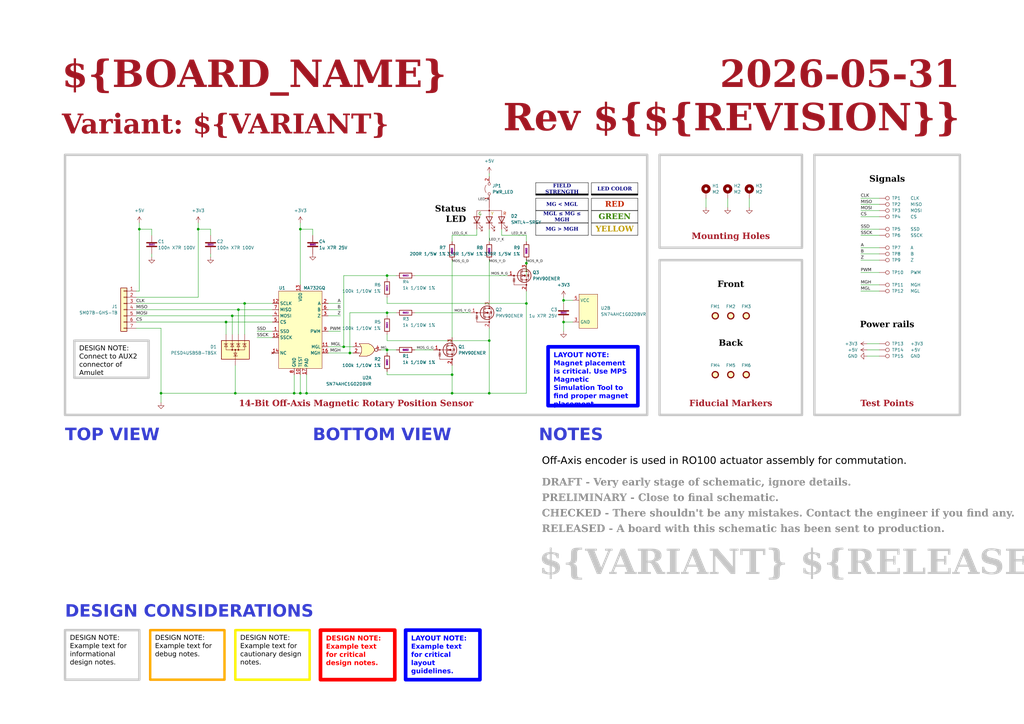
<source format=kicad_sch>
(kicad_sch (version 20230121) (generator eeschema)
  (paper "A3")
  (title_block (title "MA732 14-Bit Off-Axis Encoder") (rev "${REVISION}") (company "${COMPANY}"))
  (lib_symbols
    (symbol "0_encoder:MA732"
      (property "Reference" "U" (at -7.62 33.02 0))
      (property "Value" "MA732GQ" (at 5.08 33.02 0))
      (symbol "MA732_1_1"
        (pin output line (at -11.43 15.24 0) (length 2.54) (name "SSD") (number "1"))
        (pin passive line (at 0 -2.54 90) (length 2.54) (name "TEST") (number "10"))
        (pin output line (at 11.43 8.89 180) (length 2.54) (name "MGL") (number "11"))
        (pin input line (at -11.43 26.67 0) (length 2.54) (name "SCLK") (number "12"))
        (pin power_in line (at 0 34.29 270) (length 2.54) (name "VDD") (number "13"))
        (pin no_connect line (at -11.43 6.35 0) (length 2.54) (name "NC") (number "14"))
        (pin input line (at -11.43 12.7 0) (length 2.54) (name "SSCK") (number "15"))
        (pin output line (at 11.43 6.35 180) (length 2.54) (name "MGH") (number "16"))
        (pin passive line (at 2.54 -2.54 90) (length 2.54) (name "PAD") (number "17"))
        (pin output line (at 11.43 26.67 180) (length 2.54) (name "A") (number "2"))
        (pin output line (at 11.43 21.59 180) (length 2.54) (name "Z") (number "3"))
        (pin input line (at -11.43 21.59 0) (length 2.54) (name "MOSI") (number "4"))
        (pin input line (at -11.43 19.05 0) (length 2.54) (name "CS") (number "5"))
        (pin output line (at 11.43 24.13 180) (length 2.54) (name "B") (number "6"))
        (pin output line (at -11.43 24.13 0) (length 2.54) (name "MISO") (number "7"))
        (pin power_in line (at -2.54 -2.54 90) (length 2.54) (name "GND") (number "8"))
        (pin output line (at 11.43 15.24 180) (length 2.54) (name "PWM") (number "9"))
      )
    )
    (symbol "0_led:SMTL4-SRGY" (pin_numbers hide) (pin_names (offset 0) hide)
      (property "Reference" "D" (at -1.27 7.62 0))
      (property "Value" "SMTL4-SRGY" (at -1.27 5.08 0))
      (symbol "SMTL4-SRGY_1_1"
        (text "G" (at -3.81 2.54 0) (effects (font (size 1.27 1.27))))
        (text "R" (at 6.35 2.54 0) (effects (font (size 1.27 1.27))))
        (text "Y" (at 1.27 2.54 0) (effects (font (size 1.27 1.27))))
        (pin passive line (at -5.08 -3.81 90) (length 2.54) (name "K1") (number "1"))
        (pin passive line (at 0 -3.81 90) (length 2.54) (name "K2") (number "2"))
        (pin passive line (at 5.08 -3.81 90) (length 2.54) (name "K3") (number "3"))
        (pin passive line (at 0 7.62 270) (length 2.54) (name "A") (number "4"))
      )
    )
    (symbol "0_logic_gate:SN74AHC1G02DBVR"
      (property "Reference" "U" (at 0 12.7 0))
      (property "Value" "SN74AHC1G02DBVR" (at 0 10.16 0))
      (symbol "SN74AHC1G02DBVR_1_1"
        (pin input line (at -6.35 1.27 0) (length 2.54) (name "~") (number "1"))
        (pin input line (at -6.35 -1.27 0) (length 2.54) (name "~") (number "2"))
        (pin output inverted (at 5.08 0 180) (length 2.54) (name "~") (number "4"))
      )
      (symbol "SN74AHC1G02DBVR_2_1"
        (pin power_in line (at -6.35 -3.81 0) (length 2.54) (name "GND") (number "3"))
        (pin power_in line (at -6.35 5.08 0) (length 2.54) (name "VCC") (number "5"))
      )
    )
    (symbol "0_power_protection:PESD4USB5B-TBSX" (pin_numbers hide) (pin_names hide)
      (property "Reference" "D" (at 6.35 1.27 0))
      (property "Value" "PESD4USB5B-TBSX" (at 6.35 -1.27 0))
      (symbol "PESD4USB5B-TBSX_1_0"
        (pin passive line (at 0 -7.62 90) (length 2.54) (name "A") (number "3"))
        (pin passive line (at 0 -7.62 90) (length 2.54) hide (name "A") (number "8"))
      )
      (symbol "PESD4USB5B-TBSX_1_1"
        (pin passive line (at -3.81 5.08 270) (length 2.54) (name "K") (number "1"))
        (pin passive line (at -3.81 5.08 270) (length 2.54) hide (name "K") (number "10"))
        (pin passive line (at -1.27 5.08 270) (length 2.54) (name "K") (number "2"))
        (pin passive line (at 1.27 5.08 270) (length 2.54) (name "K") (number "4"))
        (pin passive line (at 3.81 5.08 270) (length 2.54) (name "K") (number "5"))
        (pin passive line (at 3.81 5.08 270) (length 2.54) hide (name "K") (number "6"))
        (pin passive line (at 1.27 5.08 270) (length 2.54) hide (name "K") (number "7"))
        (pin passive line (at -1.27 5.08 270) (length 2.54) hide (name "K") (number "9"))
      )
    )
    (symbol "0_transistor_fet:PMV90ENER" (pin_names hide)
      (property "Reference" "Q" (at 5.08 1.905 0))
      (property "Value" "PMV90ENER" (at 5.08 0 0))
      (symbol "PMV90ENER_1_1"
        (pin input line (at -5.08 0 0) (length 2.54) (name "G") (number "1"))
        (pin passive line (at 2.54 -6.35 90) (length 2.54) (name "S") (number "2"))
        (pin passive line (at 2.54 5.08 270) (length 2.54) (name "D") (number "3"))
      )
    )
    (symbol "Connector:TestPoint" (pin_numbers hide) (pin_names (offset 0.762) hide)
      (property "Reference" "TP" (at 0 6.858 0))
      (property "Value" "TestPoint" (at 0 5.08 0))
      (symbol "TestPoint_1_1"
        (pin passive line (at 0 0 90) (length 2.54) (name "1") (number "1"))
      )
    )
    (symbol "Connector_Generic:Conn_01x07" (pin_names (offset 1.016) hide)
      (property "Reference" "J" (at 0 10.16 0))
      (property "Value" "Conn_01x07" (at 0 -10.16 0))
      (symbol "Conn_01x07_1_1"
        (pin passive line (at -5.08 7.62 0) (length 3.81) (name "Pin_1") (number "1"))
        (pin passive line (at -5.08 5.08 0) (length 3.81) (name "Pin_2") (number "2"))
        (pin passive line (at -5.08 2.54 0) (length 3.81) (name "Pin_3") (number "3"))
        (pin passive line (at -5.08 0 0) (length 3.81) (name "Pin_4") (number "4"))
        (pin passive line (at -5.08 -2.54 0) (length 3.81) (name "Pin_5") (number "5"))
        (pin passive line (at -5.08 -5.08 0) (length 3.81) (name "Pin_6") (number "6"))
        (pin passive line (at -5.08 -7.62 0) (length 3.81) (name "Pin_7") (number "7"))
      )
    )
    (symbol "Device:C" (pin_numbers hide) (pin_names (offset 0.254))
      (property "Reference" "C" (at 0.635 2.54 0))
      (property "Value" "C" (at 0.635 -2.54 0))
      (symbol "C_1_1"
        (pin passive line (at 0 3.81 270) (length 2.794) (name "~") (number "1"))
        (pin passive line (at 0 -3.81 90) (length 2.794) (name "~") (number "2"))
      )
    )
    (symbol "Device:R" (pin_numbers hide) (pin_names (offset 0))
      (property "Reference" "R" (at 2.032 0 90))
      (property "Value" "R" (at 0 0 90))
      (symbol "R_1_1"
        (pin passive line (at 0 3.81 270) (length 1.27) (name "~") (number "1"))
        (pin passive line (at 0 -3.81 90) (length 1.27) (name "~") (number "2"))
      )
    )
    (symbol "Jumper:Jumper_2_Open" (pin_names (offset 0) hide)
      (property "Reference" "JP" (at 0 2.794 0))
      (property "Value" "Jumper_2_Open" (at 0 -2.286 0))
      (symbol "Jumper_2_Open_1_1"
        (pin passive line (at -5.08 0 0) (length 2.54) (name "A") (number "1"))
        (pin passive line (at 5.08 0 180) (length 2.54) (name "B") (number "2"))
      )
    )
    (symbol "Mechanical:Fiducial"
      (property "Reference" "FID" (at 0 5.08 0))
      (property "Value" "Fiducial" (at 0 3.175 0))
    )
    (symbol "Mechanical:MountingHole_Pad" (pin_numbers hide) (pin_names (offset 1.016) hide)
      (property "Reference" "H" (at 0 6.35 0))
      (property "Value" "MountingHole_Pad" (at 0 4.445 0))
      (symbol "MountingHole_Pad_1_1"
        (pin input line (at 0 -2.54 90) (length 2.54) (name "1") (number "1"))
      )
    )
    (symbol "power:+3V3" (power) (pin_names (offset 0))
      (property "Value" "+3V3" (at 0 3.556 0))
      (symbol "+3V3_1_1"
        (pin power_in line (at 0 0 90) (length 0) hide (name "+3V3") (number "1"))
      )
    )
    (symbol "power:+5V" (power) (pin_names (offset 0))
      (property "Value" "+5V" (at 0 3.556 0))
      (symbol "+5V_1_1"
        (pin power_in line (at 0 0 90) (length 0) hide (name "+5V") (number "1"))
      )
    )
    (symbol "power:GND" (power) (pin_names (offset 0))
      (property "Value" "GND" (at 0 -3.81 0))
      (symbol "GND_1_1"
        (pin power_in line (at 0 0 270) (length 0) hide (name "GND") (number "1"))
      )
    )
    (symbol "power:PWR_FLAG" (power) (pin_numbers hide) (pin_names (offset 0) hide)
      (property "Value" "PWR_FLAG" (at 0 3.81 0))
      (symbol "PWR_FLAG_0_0"
        (pin power_out line (at 0 0 90) (length 0) (name "pwr") (number "1"))
      )
    )
  )
  (junction (at 100.33 124.46))
  (junction (at 57.15 93.98))
  (junction (at 92.71 132.08))
  (junction (at 66.04 161.29))
  (junction (at 140.97 142.24))
  (junction (at 200.66 161.29))
  (junction (at 120.65 161.29))
  (junction (at 158.75 113.03))
  (junction (at 231.14 123.19))
  (junction (at 185.42 161.29))
  (junction (at 215.9 107.95))
  (junction (at 123.19 161.29))
  (junction (at 97.79 127))
  (junction (at 81.28 93.98))
  (junction (at 200.66 139.7))
  (junction (at 158.75 128.27))
  (junction (at 158.75 143.51))
  (junction (at 185.42 153.67))
  (junction (at 123.19 93.98))
  (junction (at 231.14 132.08))
  (junction (at 96.52 161.29))
  (junction (at 215.9 124.46))
  (junction (at 125.73 161.29))
  (junction (at 143.51 144.78))
  (junction (at 95.25 129.54))
  (wire (pts (xy 200.66 161.29) (xy 215.9 161.29)))
  (wire (pts (xy 353.06 116.84) (xy 360.68 116.84)))
  (wire (pts (xy 97.79 127) (xy 97.79 137.16)))
  (wire (pts (xy 125.73 153.67) (xy 125.73 161.29)))
  (wire (pts (xy 134.62 144.78) (xy 143.51 144.78)))
  (wire (pts (xy 158.75 128.27) (xy 162.56 128.27)))
  (wire (pts (xy 231.14 123.19) (xy 231.14 124.46)))
  (wire (pts (xy 158.75 153.67) (xy 158.75 152.4)))
  (wire (pts (xy 123.19 161.29) (xy 125.73 161.29)))
  (wire (pts (xy 57.15 119.38) (xy 55.88 119.38)))
  (wire (pts (xy 140.97 113.03) (xy 158.75 113.03)))
  (wire (pts (xy 123.19 93.98) (xy 123.19 116.84)))
  (wire (pts (xy 205.74 96.52) (xy 215.9 96.52)))
  (wire (pts (xy 55.88 132.08) (xy 92.71 132.08)))
  (wire (pts (xy 353.06 101.6) (xy 360.68 101.6)))
  (wire (pts (xy 57.15 91.44) (xy 57.15 93.98)))
  (wire (pts (xy 215.9 96.52) (xy 215.9 99.06)))
  (wire (pts (xy 231.14 121.92) (xy 231.14 123.19)))
  (wire (pts (xy 185.42 106.68) (xy 185.42 138.43)))
  (wire (pts (xy 353.06 93.98) (xy 360.68 93.98)))
  (wire (pts (xy 200.66 134.62) (xy 200.66 139.7)))
  (wire (pts (xy 134.62 135.89) (xy 139.7 135.89)))
  (wire (pts (xy 158.75 139.7) (xy 200.66 139.7)))
  (wire (pts (xy 105.41 138.43) (xy 111.76 138.43)))
  (wire (pts (xy 200.66 161.29) (xy 185.42 161.29)))
  (wire (pts (xy 66.04 134.62) (xy 55.88 134.62)))
  (wire (pts (xy 353.06 96.52) (xy 360.68 96.52)))
  (wire (pts (xy 66.04 161.29) (xy 66.04 134.62)))
  (wire (pts (xy 353.06 83.82) (xy 360.68 83.82)))
  (wire (pts (xy 353.06 119.38) (xy 360.68 119.38)))
  (wire (pts (xy 158.75 143.51) (xy 158.75 144.78)))
  (wire (pts (xy 215.9 124.46) (xy 215.9 161.29)))
  (wire (pts (xy 86.36 93.98) (xy 81.28 93.98)))
  (wire (pts (xy 86.36 93.98) (xy 86.36 96.52)))
  (wire (pts (xy 100.33 124.46) (xy 100.33 137.16)))
  (wire (pts (xy 100.33 124.46) (xy 111.76 124.46)))
  (wire (pts (xy 398.78 309.88) (xy 398.78 307.34)))
  (wire (pts (xy 62.23 96.52) (xy 62.23 93.98)))
  (wire (pts (xy 215.9 106.68) (xy 215.9 107.95)))
  (wire (pts (xy 158.75 113.03) (xy 162.56 113.03)))
  (wire (pts (xy 231.14 123.19) (xy 234.95 123.19)))
  (wire (pts (xy 81.28 91.44) (xy 81.28 93.98)))
  (wire (pts (xy 195.58 93.98) (xy 195.58 96.52)))
  (wire (pts (xy 298.45 85.09) (xy 298.45 81.28)))
  (wire (pts (xy 143.51 144.78) (xy 144.78 144.78)))
  (wire (pts (xy 355.6 140.97) (xy 360.68 140.97)))
  (wire (pts (xy 170.18 113.03) (xy 208.28 113.03)))
  (wire (pts (xy 158.75 124.46) (xy 158.75 121.92)))
  (wire (pts (xy 353.06 106.68) (xy 360.68 106.68)))
  (wire (pts (xy 215.9 107.95) (xy 215.9 113.03)))
  (wire (pts (xy 81.28 121.92) (xy 55.88 121.92)))
  (wire (pts (xy 200.66 71.12) (xy 200.66 72.39)))
  (wire (pts (xy 143.51 128.27) (xy 143.51 144.78)))
  (wire (pts (xy 140.97 113.03) (xy 140.97 142.24)))
  (wire (pts (xy 96.52 161.29) (xy 66.04 161.29)))
  (wire (pts (xy 185.42 161.29) (xy 185.42 153.67)))
  (wire (pts (xy 158.75 153.67) (xy 185.42 153.67)))
  (wire (pts (xy 391.16 307.34) (xy 391.16 309.88)))
  (wire (pts (xy 134.62 127) (xy 139.7 127)))
  (wire (pts (xy 307.34 85.09) (xy 307.34 81.28)))
  (wire (pts (xy 170.18 143.51) (xy 177.8 143.51)))
  (wire (pts (xy 123.19 91.44) (xy 123.19 93.98)))
  (wire (pts (xy 105.41 135.89) (xy 111.76 135.89)))
  (wire (pts (xy 128.27 93.98) (xy 128.27 96.52)))
  (wire (pts (xy 55.88 124.46) (xy 100.33 124.46)))
  (wire (pts (xy 195.58 96.52) (xy 185.42 96.52)))
  (wire (pts (xy 158.75 124.46) (xy 215.9 124.46)))
  (wire (pts (xy 96.52 161.29) (xy 120.65 161.29)))
  (wire (pts (xy 120.65 153.67) (xy 120.65 161.29)))
  (wire (pts (xy 62.23 105.41) (xy 62.23 104.14)))
  (wire (pts (xy 92.71 132.08) (xy 92.71 137.16)))
  (wire (pts (xy 95.25 129.54) (xy 95.25 137.16)))
  (wire (pts (xy 123.19 153.67) (xy 123.19 161.29)))
  (wire (pts (xy 353.06 86.36) (xy 360.68 86.36)))
  (wire (pts (xy 62.23 93.98) (xy 57.15 93.98)))
  (wire (pts (xy 134.62 142.24) (xy 140.97 142.24)))
  (wire (pts (xy 134.62 124.46) (xy 139.7 124.46)))
  (wire (pts (xy 355.6 143.51) (xy 360.68 143.51)))
  (wire (pts (xy 185.42 153.67) (xy 185.42 149.86)))
  (wire (pts (xy 143.51 128.27) (xy 158.75 128.27)))
  (wire (pts (xy 81.28 93.98) (xy 81.28 121.92)))
  (wire (pts (xy 205.74 93.98) (xy 205.74 96.52)))
  (wire (pts (xy 97.79 127) (xy 111.76 127)))
  (wire (pts (xy 231.14 132.08) (xy 234.95 132.08)))
  (wire (pts (xy 128.27 93.98) (xy 123.19 93.98)))
  (wire (pts (xy 158.75 128.27) (xy 158.75 129.54)))
  (wire (pts (xy 353.06 111.76) (xy 360.68 111.76)))
  (wire (pts (xy 158.75 114.3) (xy 158.75 113.03)))
  (wire (pts (xy 95.25 129.54) (xy 111.76 129.54)))
  (wire (pts (xy 185.42 96.52) (xy 185.42 99.06)))
  (wire (pts (xy 66.04 165.1) (xy 66.04 161.29)))
  (wire (pts (xy 170.18 128.27) (xy 193.04 128.27)))
  (wire (pts (xy 406.4 309.88) (xy 406.4 307.34)))
  (wire (pts (xy 57.15 93.98) (xy 57.15 119.38)))
  (wire (pts (xy 158.75 137.16) (xy 158.75 139.7)))
  (wire (pts (xy 289.56 85.09) (xy 289.56 81.28)))
  (wire (pts (xy 156.21 143.51) (xy 158.75 143.51)))
  (wire (pts (xy 200.66 93.98) (xy 200.66 99.06)))
  (wire (pts (xy 200.66 139.7) (xy 200.66 161.29)))
  (wire (pts (xy 231.14 135.89) (xy 231.14 132.08)))
  (wire (pts (xy 355.6 146.05) (xy 360.68 146.05)))
  (wire (pts (xy 353.06 104.14) (xy 360.68 104.14)))
  (wire (pts (xy 158.75 143.51) (xy 162.56 143.51)))
  (wire (pts (xy 55.88 129.54) (xy 95.25 129.54)))
  (wire (pts (xy 92.71 132.08) (xy 111.76 132.08)))
  (wire (pts (xy 86.36 105.41) (xy 86.36 104.14)))
  (wire (pts (xy 215.9 119.38) (xy 215.9 124.46)))
  (wire (pts (xy 134.62 129.54) (xy 139.7 129.54)))
  (wire (pts (xy 353.06 88.9) (xy 360.68 88.9)))
  (wire (pts (xy 55.88 127) (xy 97.79 127)))
  (wire (pts (xy 125.73 161.29) (xy 185.42 161.29)))
  (wire (pts (xy 120.65 161.29) (xy 123.19 161.29)))
  (wire (pts (xy 353.06 81.28) (xy 360.68 81.28)))
  (wire (pts (xy 96.52 149.86) (xy 96.52 161.29)))
  (wire (pts (xy 200.66 106.68) (xy 200.66 123.19)))
  (wire (pts (xy 140.97 142.24) (xy 144.78 142.24)))
  (rectangle (start 242.57 79.502) (end 261.62 80.01) (stroke (width 0) (color 0 0 0 1)) (fill (type color) (color 0 0 0 1)))
  (rectangle (start 270.51 63.5) (end 328.93 101.6) (stroke (width 1) (color 200 200 200 1)))
  (rectangle (start 219.71 79.502) (end 241.3 80.01) (stroke (width 0) (color 0 0 0 1)) (fill (type color) (color 0 0 0 1)))
  (rectangle (start 334.01 63.5) (end 393.7 170.18) (stroke (width 1) (color 200 200 200 1)))
  (rectangle (start 26.67 63.5) (end 265.43 170.18) (stroke (width 1) (color 200 200 200 1)))
  (rectangle (start 270.51 106.68) (end 328.93 170.18) (stroke (width 1) (color 200 200 200 1)))
  (text_box "Back" (at 270.51 134.62 0) (size 58.42 9.525) (stroke (width -0.0001)) (effects (font (size 2.54 2.54) (thickness 0.508) bold) (justify bottom)))
  (text_box "RED" (at 242.57 81.28 0) (size 19.05 5.08) (stroke (width 0) (color 0 0 0 1)) (effects (font (size 2.286 2.286) bold)))
  (text_box "Front" (at 270.51 110.49 0) (size 58.42 9.525) (stroke (width -0.0001)) (effects (font (size 2.54 2.54) (thickness 0.508) bold) (justify bottom)))
  (text_box "MG > MGH" (at 219.71 91.44 0) (size 21.59 5.08) (stroke (width 0) (color 0 0 0 1)) (effects (font (size 1.5 1.5) bold)))
  (text_box "GREEN" (at 242.57 86.36 0) (size 19.05 5.08) (stroke (width 0) (color 0 0 0 1)) (effects (font (size 2.286 2.286) bold)))
  (text_box "Status LED" (at 168.91 86.36 0) (size 24.13 6.985) (stroke (width -0.0001)) (effects (font (size 2.54 2.54) (thickness 0.508) bold) (justify right bottom)))
  (text_box "Signals" (at 334.01 67.31 0) (size 59.69 9.525) (stroke (width -0.0001)) (effects (font (size 2.54 2.54) (thickness 0.508) bold) (justify bottom)))
  (text_box "Mounting Holes" (at 270.51 91.44 0) (size 58.42 8.89) (stroke (width -0.0001)) (effects (font (size 2.54 2.54) (thickness 0.508) bold) (justify bottom)))
  (text_box "Test Points" (at 335.28 160.02 0) (size 57.15 8.89) (stroke (width -0.0001)) (effects (font (size 2.54 2.54) (thickness 0.508) bold) (justify bottom)))
  (text_box "MGL ≤ MG ≤ MGH" (at 219.71 86.36 0) (size 21.59 5.08) (stroke (width 0) (color 0 0 0 1)) (effects (font (size 1.5 1.5) bold)))
  (text_box "LED COLOR" (at 242.57 74.93 0) (size 19.05 5.08) (stroke (width 0) (color 0 0 0 1)) (effects (font (size 1.5 1.5) bold)))
  (text_box "DESIGN NOTE:\nExample text for cautionary design notes." (at 96.52 258.445 0) (size 30.48 20.32) (stroke (width 1) (color 250 236 0 1)) (effects (font (size 2 2)) (justify left top)))
  (text_box "MG < MGL" (at 219.71 81.28 0) (size 21.59 5.08) (stroke (width 0) (color 0 0 0 1)) (effects (font (size 1.5 1.5) bold)))
  (text_box "LAYOUT NOTE:\nExample text for critical layout guidelines." (at 166.37 258.445 0) (size 30.48 20.32) (stroke (width 1.5) (color 0 0 255 1)) (effects (font (size 2 2) (thickness 0.4) bold) (justify left top)))
  (text_box "DESIGN NOTE:\nConnect to AUX2 connector of Amulet" (at 30.48 139.7 0) (size 30.48 15.24) (stroke (width 1) (color 200 200 200 1)) (effects (font (size 2 2)) (justify left top)))
  (text_box "LAYOUT NOTE:\nMagnet placement is critical. Use MPS Magnetic Simulation Tool to find proper magnet placement." (at 224.79 142.24 0) (size 36.83 24.13) (stroke (width 1.5) (color 0 0 255 1)) (effects (font (size 2 2) (thickness 0.4) bold) (justify left top)))
  (text_box "YELLOW" (at 242.57 91.44 0) (size 19.05 5.08) (stroke (width 0) (color 0 0 0 1)) (effects (font (size 2.286 2.286) bold)))
  (text_box "FIELD STRENGTH" (at 219.71 74.93 0) (size 21.59 5.08) (stroke (width 0) (color 0 0 0 1)) (effects (font (size 1.5 1.5) bold)))
  (text_box "DESIGN NOTE:\nExample text for critical design notes." (at 131.445 258.445 0) (size 30.48 20.32) (stroke (width 1.5) (color 255 0 0 1)) (effects (font (size 2 2) (thickness 0.4) bold) (justify left top)))
  (text_box "DESIGN NOTE:\nExample text for informational design notes." (at 26.67 258.445 0) (size 30.48 20.32) (stroke (width 1) (color 200 200 200 1)) (effects (font (size 2 2)) (justify left top)))
  (text_box "14-Bit Off-Axis Magnetic Rotary Position Sensor" (at 27.94 160.02 0) (size 236.22 8.89) (stroke (width -0.0001)) (effects (font (size 2.54 2.54) (thickness 0.508) bold) (justify bottom)))
  (text_box "Power rails" (at 334.01 127 0) (size 59.69 9.525) (stroke (width -0.0001)) (effects (font (size 2.54 2.54) (thickness 0.508) bold) (justify bottom)))
  (text_box "Fiducial Markers" (at 270.51 160.02 0) (size 58.42 8.89) (stroke (width -0.0001)) (effects (font (size 2.54 2.54) (thickness 0.508) bold) (justify bottom)))
  (text_box "DESIGN NOTE:\nExample text for debug notes." (at 61.595 258.445 0) (size 30.48 20.32) (stroke (width 1) (color 255 165 0 1)) (effects (font (size 2 2)) (justify left top)))
  (text "NOTES" (at 220.98 182.88 0) (effects (font (size 5 5) bold) (justify left bottom)))
  (text "CHECKED - There shouldn't be any mistakes. Contact the engineer if you find any." (at 222.25 213.36 0) (effects (font (size 3 3) (thickness 0.6) bold) (justify left bottom)))
  (text "BOTTOM VIEW" (at 128.27 182.88 0) (effects (font (size 5 5) bold) (justify left bottom)))
  (text "Variant: ${VARIANT}" (at 25.4 58.42 0) (effects (font (size 8 8) (thickness 1) bold) (justify left bottom)))
  (text "${CURRENT_DATE}" (at 393.7 40.64 0) (effects (font (size 11 11) (thickness 1) bold) (justify right bottom)))
  (text "DESIGN CONSIDERATIONS" (at 26.67 255.27 0) (effects (font (size 5 5) bold) (justify left bottom)))
  (text "Off-Axis encoder is used in RO100 actuator assembly for commutation." (at 222.25 191.77 0) (effects (font (size 3 3)) (justify left bottom)))
  (text "${VARIANT} ${RELEASE_DATE}" (at 220.98 240.03 0) (effects (font (size 10.16 10.16) (thickness 0.6) bold) (justify left bottom)))
  (text "Rev ${REVISION}" (at 393.7 58.42 0) (effects (font (size 11 11) (thickness 1) bold) (justify right bottom)))
  (text "${BOARD_NAME}" (at 25.4 40.64 0) (effects (font (size 11 11) (thickness 1) bold) (justify left bottom)))
  (text "RELEASED - A board with this schematic has been sent to production." (at 222.25 219.71 0) (effects (font (size 3 3) (thickness 0.6) bold) (justify left bottom)))
  (text "PRELIMINARY - Close to final schematic." (at 222.25 207.01 0) (effects (font (size 3 3) (thickness 0.6) bold) (justify left bottom)))
  (text "TOP VIEW" (at 26.67 182.88 0) (effects (font (size 5 5) bold) (justify left bottom)))
  (text "DRAFT - Very early stage of schematic, ignore details." (at 222.25 200.66 0) (effects (font (size 3 3) (thickness 0.6) bold) (justify left bottom)))
  (label "LED_G_K" (at 185.42 96.52 0) (effects (font (size 1.016 1.016))))
  (label "CLK" (at 55.88 124.46 0))
  (label "LED_R_K" (at 215.9 96.52 180) (effects (font (size 1.016 1.016))))
  (label "MGH" (at 353.06 116.84 0))
  (label "SSCK" (at 353.06 96.52 0))
  (label "B" (at 139.7 127 180))
  (label "B" (at 353.06 104.14 0))
  (label "PWM" (at 139.7 135.89 180))
  (label "MOS_G_D" (at 185.42 107.95 0) (effects (font (size 1.016 1.016))))
  (label "MISO" (at 353.06 83.82 0))
  (label "SSD" (at 353.06 93.98 0))
  (label "MGL" (at 139.7 142.24 180))
  (label "LED_A" (at 200.66 82.55 180) (effects (font (size 1.016 1.016))))
  (label "MOS_R_D" (at 215.9 107.95 0) (effects (font (size 1.016 1.016))))
  (label "PWM" (at 353.06 111.76 0))
  (label "MGL" (at 353.06 119.38 0))
  (label "MOS_R_G" (at 208.28 113.03 180) (effects (font (size 1.016 1.016))))
  (label "A" (at 139.7 124.46 180))
  (label "Z" (at 139.7 129.54 180))
  (label "MGH" (at 139.7 144.78 180))
  (label "MOSI" (at 55.88 129.54 0))
  (label "MOS_Y_D" (at 200.66 107.95 0) (effects (font (size 1.016 1.016))))
  (label "SSD" (at 105.41 135.89 0))
  (label "MOS_Y_G" (at 193.04 128.27 180) (effects (font (size 1.016 1.016))))
  (label "CS" (at 55.88 132.08 0))
  (label "CS" (at 353.06 88.9 0))
  (label "MISO" (at 55.88 127 0))
  (label "MOS_G_G" (at 177.8 143.51 180) (effects (font (size 1.016 1.016))))
  (label "Z" (at 353.06 106.68 0))
  (label "MG" (at 156.21 143.51 0) (effects (font (size 1.016 1.016))))
  (label "CLK" (at 353.06 81.28 0))
  (label "A" (at 353.06 101.6 0))
  (label "MOSI" (at 353.06 86.36 0))
  (label "SSCK" (at 105.41 138.43 0))
  (label "LED_Y_K" (at 200.66 99.06 0) (effects (font (size 1.016 1.016))))
  (symbol (lib_id "Jumper:Jumper_2_Open") (at 200.66 77.47 90) (unit 1) (in_bom no)
    (property "Reference" "JP1" (at 201.93 76.2 90) (effects (justify right)))
    (property "Value" "PWR_LED" (at 201.93 78.74 90) (effects (justify right)))
    (property "Footprint" "Jumper:SolderJumper-2_P1.3mm_Open_RoundedPad1.0x1.5mm" (effects hide))
  )
  (symbol (lib_id "0_transistor_fet:PMV90ENER") (at 198.12 128.27 0) (unit 1)
    (property "Reference" "Q2" (at 203.2 127 0) (effects (justify left)))
    (property "Value" "PMV90ENER" (at 203.2 129.54 0) (effects (justify left)))
    (property "Footprint" "0_package_SOT_TO_SMD:SOT-23-3" (effects hide))
    (property "Datasheet" "https://assets.nexperia.com/documents/data-sheet/PMV90ENE.pdf" (effects hide))
    (property "Description" "N-Channel 30 V 3A (Ta) 460mW (Ta) Surface Mount TO-236AB" (effects hide))
    (property "Manufacturer" "Nexperia USA Inc." (effects hide))
    (property "Manufacturer Part Number" "PMV90ENER" (effects hide))
    (property "Supplier 1" "Digikey" (effects hide))
    (property "Supplier Part Number 1" "1727-2735-1-ND" (effects hide))
  )
  (symbol (lib_id "Connector:TestPoint") (at 360.68 86.36 270) (unit 1) (in_bom no)
    (property "Reference" "TP3" (at 365.76 86.36 90) (effects (justify left)))
    (property "Value" "MOSI" (at 373.38 86.36 90) (effects (justify left)))
    (property "Footprint" "0_testpoint:TestPoint_Pad_D1mm_THT" (effects hide))
  )
  (symbol (lib_id "Mechanical:Fiducial") (at 293.37 153.67 0) (unit 1) (in_bom no)
    (property "Reference" "FM4" (at 293.37 149.86 0))
    (property "Value" "Fiducial" (effects hide))
    (property "Footprint" "0_fiducials:Fiducial_1mm_Mask2mm" (effects hide))
  )
  (symbol (lib_id "Mechanical:Fiducial") (at 299.72 153.67 0) (unit 1) (in_bom no)
    (property "Reference" "FM5" (at 299.72 149.86 0))
    (property "Value" "Fiducial" (effects hide))
    (property "Footprint" "0_fiducials:Fiducial_1mm_Mask2mm" (effects hide))
  )
  (symbol (lib_id "Device:R") (at 158.75 118.11 0) (mirror y) (unit 1)
    (property "Reference" "R6" (at 156.21 116.84 0) (effects (justify left)))
    (property "Value" "100k 1/10W 1%" (at 156.21 119.38 0) (effects (justify left)))
    (property "Footprint" "0_resistor_smd:R_0603_1608_DensityMedium" (effects hide))
    (property "Datasheet" "https://www.yageo.com/upload/media/product/products/datasheet/rchip/PYu-RC_Group_51_RoHS_L_12.pdf" (effects hide))
    (property "Package" "0603" (at 158.75 118.11 90) (effects (font (size 0.635 0.635))))
    (property "Description" "100 kOhms ±1% 0.1W, 1/10W Chip Resistor 0603 (1608 Metric) Moisture Resistant Thick Film" (effects hide))
    (property "Manufacturer" "YAGEO" (effects hide))
    (property "Manufacturer Part Number" "RC0603FR-07100KL" (effects hide))
    (property "Supplier 1" "Digikey" (effects hide))
    (property "Supplier Part Number 1" "311-100KHRCT-ND" (effects hide))
  )
  (symbol (lib_id "Connector:TestPoint") (at 360.68 93.98 270) (unit 1) (in_bom no)
    (property "Reference" "TP5" (at 365.76 93.98 90) (effects (justify left)))
    (property "Value" "SSD" (at 373.38 93.98 90) (effects (justify left)))
    (property "Footprint" "0_testpoint:TestPoint_Pad_D1mm_THT" (effects hide))
  )
  (symbol (lib_id "power:GND") (at 66.04 165.1 0) (unit 1)
    (property "Reference" "#PWR04" (effects hide))
    (property "Value" "GND" (effects hide))
  )
  (symbol (lib_id "Device:R") (at 185.42 102.87 0) (mirror y) (unit 1)
    (property "Reference" "R7" (at 182.88 101.6 0) (effects (justify left)))
    (property "Value" "200R 1/5W 1%" (at 182.88 104.14 0) (effects (justify left)))
    (property "Footprint" "0_resistor_smd:R_0603_1608_DensityMedium" (effects hide))
    (property "Datasheet" "https://www.yageo.com/upload/media/product/productsearch/datasheet/rchip/PYu-AC_51_RoHS_L_10.pdf" (effects hide))
    (property "Package" "0603" (at 185.42 102.87 90) (effects (font (size 0.635 0.635))))
    (property "Description" "200 Ohms ±1% 0.2W, 1/5W Chip Resistor 0603 (1608 Metric) Automotive AEC-Q200, Moisture Resistant Thick Film" (effects hide))
    (property "Manufacturer" "YAGEO" (effects hide))
    (property "Manufacturer Part Number" "AC0603FR-7W200RL" (effects hide))
    (property "Supplier 1" "Digikey" (effects hide))
    (property "Supplier Part Number 1" "13-AC0603FR-7W200RLCT-ND" (effects hide))
  )
  (symbol (lib_id "power:PWR_FLAG") (at 398.78 309.88 180) (unit 1)
    (property "Reference" "#FLG01" (effects hide))
    (property "Value" "PWR_FLAG" (effects hide))
  )
  (symbol (lib_id "0_encoder:MA732") (at 123.19 151.13 0) (unit 1)
    (property "Reference" "U1" (at 114.3 118.11 0) (effects (justify left)))
    (property "Value" "MA732GQ" (at 124.46 118.11 0) (effects (justify left)))
    (property "Footprint" "0_package_DFN_QFN:QFN-16" (effects hide))
    (property "Datasheet" "https://www.monolithicpower.com/en/documentview/productdocument/index/version/2/document_type/Datasheet/lang/en/sku/MA732GQ-Z/document_id/5009/" (effects hide))
    (property "Manufacturer" "Monolithic Power Systems Inc." (effects hide))
    (property "Manufacturer Part Number" "MA732GQ-Z" (effects hide))
    (property "Description" "14-Bit, Digital, Contactless Angle Sensor with ABZ Incremental & PWM Outputs" (effects hide))
    (property "Supplier 1" "Digikey" (effects hide))
    (property "Supplier Part Number 1" "1589-MA732GQ-ZCT-ND" (effects hide))
  )
  (symbol (lib_id "0_logic_gate:SN74AHC1G02DBVR") (at 151.13 143.51 0) (unit 1)
    (property "Reference" "U2" (at 152.4 154.94 0) (effects (justify right)))
    (property "Value" "SN74AHC1G02DBVR" (at 152.4 157.48 0) (effects (justify right)))
    (property "Footprint" "0_package_SOT_TO_SMD:SOT95P280X145-5N" (effects hide))
    (property "Datasheet" "https://www.ti.com/lit/ds/symlink/sn74ahc1g02.pdf" (effects hide))
    (property "Manufacturer Part Number" "SN74AHC1G02DBVR" (effects hide))
    (property "Manufacturer" "Texas Instruments" (effects hide))
    (property "Description" "SN74AHC1G02 Single 2-Input Positive-NOR Gate" (effects hide))
    (property "Supplier 1" "Digikey" (effects hide))
    (property "Supplier Part Number 1" "296-1088-1-ND" (effects hide))
  )
  (symbol (lib_id "Connector:TestPoint") (at 360.68 101.6 270) (unit 1) (in_bom no)
    (property "Reference" "TP7" (at 365.76 101.6 90) (effects (justify left)))
    (property "Value" "A" (at 373.38 101.6 90) (effects (justify left)))
    (property "Footprint" "0_testpoint:TestPoint_Pad_D1mm_THT" (effects hide))
  )
  (symbol (lib_id "0_logic_gate:SN74AHC1G02DBVR") (at 241.3 128.27 0) (unit 2)
    (property "Reference" "U2" (at 246.38 126.365 0) (effects (justify left)))
    (property "Value" "SN74AHC1G02DBVR" (at 246.38 128.905 0) (effects (justify left)))
    (property "Footprint" "0_package_SOT_TO_SMD:SOT95P280X145-5N" (effects hide))
    (property "Datasheet" "https://www.ti.com/lit/ds/symlink/sn74ahc1g02.pdf" (effects hide))
    (property "Manufacturer Part Number" "SN74AHC1G02DBVR" (effects hide))
    (property "Manufacturer" "Texas Instruments" (effects hide))
    (property "Description" "SN74AHC1G02 Single 2-Input Positive-NOR Gate" (effects hide))
    (property "Supplier 1" "Digikey" (effects hide))
    (property "Supplier Part Number 1" "296-1088-1-ND" (effects hide))
  )
  (symbol (lib_id "0_transistor_fet:PMV90ENER") (at 213.36 113.03 0) (unit 1)
    (property "Reference" "Q3" (at 218.44 111.76 0) (effects (justify left)))
    (property "Value" "PMV90ENER" (at 218.44 114.3 0) (effects (justify left)))
    (property "Footprint" "0_package_SOT_TO_SMD:SOT-23-3" (effects hide))
    (property "Datasheet" "https://assets.nexperia.com/documents/data-sheet/PMV90ENE.pdf" (effects hide))
    (property "Description" "N-Channel 30 V 3A (Ta) 460mW (Ta) Surface Mount TO-236AB" (effects hide))
    (property "Manufacturer" "Nexperia USA Inc." (effects hide))
    (property "Manufacturer Part Number" "PMV90ENER" (effects hide))
    (property "Supplier 1" "Digikey" (effects hide))
    (property "Supplier Part Number 1" "1727-2735-1-ND" (effects hide))
  )
  (symbol (lib_id "power:+3V3") (at 123.19 91.44 0) (unit 1)
    (property "Reference" "#PWR01" (effects hide))
    (property "Value" "+3V3" (at 123.19 86.36 0))
  )
  (symbol (lib_id "Device:R") (at 215.9 102.87 0) (mirror y) (unit 1)
    (property "Reference" "R9" (at 213.36 101.6 0) (effects (justify left)))
    (property "Value" "330R 1/5W 1%" (at 213.36 104.14 0) (effects (justify left)))
    (property "Footprint" "0_resistor_smd:R_0603_1608_DensityMedium" (effects hide))
    (property "Datasheet" "https://www.te.com/usa-en/product-2176177-5.datasheet.pdf" (effects hide))
    (property "Package" "0603" (at 215.9 102.87 90) (effects (font (size 0.635 0.635))))
    (property "Description" "330 Ohms ±1% 0.2W, 1/5W Chip Resistor 0603 (1608 Metric) Thick Film" (effects hide))
    (property "Manufacturer" "TE Connectivity Passive Product" (effects hide))
    (property "Manufacturer Part Number" "CRGH0603F330R" (effects hide))
    (property "Supplier 1" "Digikey" (effects hide))
    (property "Supplier Part Number 1" "A129541CT-ND" (effects hide))
  )
  (symbol (lib_id "Device:R") (at 166.37 143.51 270) (unit 1)
    (property "Reference" "R1" (at 165.1 146.05 90) (effects (justify left)))
    (property "Value" "1k 1/10W 1%" (at 165.1 148.59 90) (effects (justify left)))
    (property "Footprint" "0_resistor_smd:R_0603_1608_DensityMedium" (effects hide))
    (property "Datasheet" "https://www.yageo.com/upload/media/product/products/datasheet/rchip/PYu-RC_Group_51_RoHS_L_12.pdf" (effects hide))
    (property "Package" "0603" (at 166.37 143.51 90) (effects (font (size 0.635 0.635))))
    (property "Description" "1 kOhms ±1% 0.1W, 1/10W Chip Resistor 0603 (1608 Metric) Moisture Resistant Thick Film" (effects hide))
    (property "Manufacturer" "YAGEO" (effects hide))
    (property "Manufacturer Part Number" "RC0603FR-071KL" (effects hide))
    (property "Supplier 1" "Digikey" (effects hide))
    (property "Supplier Part Number 1" "311-1.00KHRCT-ND" (effects hide))
  )
  (symbol (lib_id "Connector:TestPoint") (at 360.68 83.82 270) (unit 1) (in_bom no)
    (property "Reference" "TP2" (at 365.76 83.82 90) (effects (justify left)))
    (property "Value" "MISO" (at 373.38 83.82 90) (effects (justify left)))
    (property "Footprint" "0_testpoint:TestPoint_Pad_D1mm_THT" (effects hide))
  )
  (symbol (lib_id "Connector:TestPoint") (at 360.68 104.14 270) (unit 1) (in_bom no)
    (property "Reference" "TP8" (at 365.76 104.14 90) (effects (justify left)))
    (property "Value" "B" (at 373.38 104.14 90) (effects (justify left)))
    (property "Footprint" "0_testpoint:TestPoint_Pad_D1mm_THT" (effects hide))
  )
  (symbol (lib_id "Connector:TestPoint") (at 360.68 140.97 270) (unit 1) (in_bom no)
    (property "Reference" "TP13" (at 365.76 140.97 90) (effects (justify left)))
    (property "Value" "+3V3" (at 373.38 140.97 90) (effects (justify left)))
    (property "Footprint" "0_testpoint:TestPoint_Pad_D1mm_THT" (effects hide))
  )
  (symbol (lib_id "0_power_protection:PESD4USB5B-TBSX") (at 96.52 142.24 0) (unit 1)
    (property "Reference" "D1" (at 88.9 142.24 0) (effects (justify right)))
    (property "Value" "PESD4USB5B-TBSX" (at 88.9 144.78 0) (effects (justify right)))
    (property "Footprint" "0_package_DFN_QFN:SOT1176D" (effects hide))
    (property "Datasheet" "https://assets.nexperia.com/documents/data-sheet/PESD4USB5B-TBS.pdf" (effects hide))
    (property "Description" "5.5V (Typ) Clamp 7A (8/20µs) Ipp Tvs Diode Surface Mount, Wettable Flank DFN2510D-10" (effects hide))
    (property "Manufacturer" "Nexperia USA Inc." (effects hide))
    (property "Manufacturer Part Number" "PESD4USB5B-TBSX" (effects hide))
    (property "Supplier 1" "Digikey" (effects hide))
    (property "Supplier Part Number 1" "1727-PESD4USB5B-TBSXCT-ND" (effects hide))
  )
  (symbol (lib_id "Mechanical:Fiducial") (at 306.07 153.67 0) (unit 1) (in_bom no)
    (property "Reference" "FM6" (at 306.07 149.86 0))
    (property "Value" "Fiducial" (effects hide))
    (property "Footprint" "0_fiducials:Fiducial_1mm_Mask2mm" (effects hide))
  )
  (symbol (lib_id "0_led:SMTL4-SRGY") (at 200.66 90.17 0) (unit 1)
    (property "Reference" "D2" (at 209.55 88.646 0) (effects (justify left)))
    (property "Value" "SMTL4-SRGY" (at 209.55 91.186 0) (effects (justify left)))
    (property "Footprint" "0_led:4-PLCC" (effects hide))
    (property "Datasheet" "https://www.bivar.com/parts_content/Datasheets/SMTL4-SRGY.pdf" (effects hide))
    (property "Manufacturer" "Bivar Inc." (effects hide))
    (property "Manufacturer Part Number" "SMTL4-SRGY" (effects hide))
    (property "Description" "Green, Red, Yellow 525nm Green, 625nm Red, 591nm Yellow LED Indication - Discrete 3.3V Green, 1.9V Red, 1.9V Yellow 4-PLCC" (effects hide))
    (property "Supplier 1" "Digikey" (effects hide))
    (property "Supplier Part Number 1" "492-2193-1-ND" (effects hide))
  )
  (symbol (lib_id "Device:R") (at 166.37 113.03 270) (unit 1)
    (property "Reference" "R4" (at 165.1 115.57 90) (effects (justify left)))
    (property "Value" "1k 1/10W 1%" (at 165.1 118.11 90) (effects (justify left)))
    (property "Footprint" "0_resistor_smd:R_0603_1608_DensityMedium" (effects hide))
    (property "Datasheet" "https://www.yageo.com/upload/media/product/products/datasheet/rchip/PYu-RC_Group_51_RoHS_L_12.pdf" (effects hide))
    (property "Package" "0603" (at 166.37 113.03 90) (effects (font (size 0.635 0.635))))
    (property "Description" "1 kOhms ±1% 0.1W, 1/10W Chip Resistor 0603 (1608 Metric) Moisture Resistant Thick Film" (effects hide))
    (property "Manufacturer" "YAGEO" (effects hide))
    (property "Manufacturer Part Number" "RC0603FR-071KL" (effects hide))
    (property "Supplier 1" "Digikey" (effects hide))
    (property "Supplier Part Number 1" "311-1.00KHRCT-ND" (effects hide))
  )
  (symbol (lib_id "Connector:TestPoint") (at 360.68 81.28 270) (unit 1) (in_bom no)
    (property "Reference" "TP1" (at 365.76 81.28 90) (effects (justify left)))
    (property "Value" "CLK" (at 373.38 81.28 90) (effects (justify left)))
    (property "Footprint" "0_testpoint:TestPoint_Pad_D1mm_THT" (effects hide))
  )
  (symbol (lib_id "Mechanical:MountingHole_Pad") (at 298.45 78.74 0) (unit 1) (in_bom no)
    (property "Reference" "H2" (at 300.99 76.2 0) (effects (justify left)))
    (property "Value" "M2" (at 300.99 78.74 0) (effects (justify left)))
    (property "Footprint" "MountingHole:MountingHole_2.2mm_M2_Pad_Via" (effects hide))
  )
  (symbol (lib_id "power:+5V") (at 355.6 143.51 90) (unit 1)
    (property "Reference" "#PWR015" (effects hide))
    (property "Value" "+5V" (at 351.79 143.51 90) (effects (justify left)))
  )
  (symbol (lib_id "power:GND") (at 231.14 135.89 0) (mirror y) (unit 1)
    (property "Reference" "#PWR017" (effects hide))
    (property "Value" "GND" (effects hide))
  )
  (symbol (lib_id "Mechanical:Fiducial") (at 306.07 129.54 0) (unit 1) (in_bom no)
    (property "Reference" "FM3" (at 306.07 125.73 0))
    (property "Value" "Fiducial" (effects hide))
    (property "Footprint" "0_fiducials:Fiducial_1mm_Mask2mm" (effects hide))
  )
  (symbol (lib_id "power:GND") (at 391.16 309.88 0) (unit 1)
    (property "Reference" "#PWR019" (effects hide))
    (property "Value" "GND" (effects hide))
  )
  (symbol (lib_id "Device:C") (at 86.36 100.33 0) (unit 1)
    (property "Reference" "C2" (at 88.9 99.06 0) (effects (justify left)))
    (property "Value" "100n X7R 100V" (at 88.9 101.6 0) (effects (justify left)))
    (property "Footprint" "0_capacitor_smd:C_0603_1608_DensityMedium" (effects hide))
    (property "Datasheet" "https://mm.digikey.com/Volume0/opasdata/d220001/medias/docus/21/HMK107B7104KAHT_SS.pdf" (effects hide))
    (property "Description" "0.1 µF ±10% 100V Ceramic Capacitor X7R 0603 (1608 Metric)" (effects hide))
    (property "Manufacturer" "Taiyo Yuden" (effects hide))
    (property "Manufacturer Part Number" "HMK107B7104KAHT" (effects hide))
    (property "Supplier 1" "Digikey" (effects hide))
    (property "Supplier Part Number 1" "587-6009-1-ND" (effects hide))
    (property "Package" "0603" (at 86.36 100.33 0) (effects (font (size 0.635 0.635))))
  )
  (symbol (lib_id "Connector:TestPoint") (at 360.68 146.05 270) (unit 1) (in_bom no)
    (property "Reference" "TP15" (at 365.76 146.05 90) (effects (justify left)))
    (property "Value" "GND" (at 373.38 146.05 90) (effects (justify left)))
    (property "Footprint" "0_testpoint:TestPoint_Pad_D1mm_THT" (effects hide))
  )
  (symbol (lib_id "0_transistor_fet:PMV90ENER") (at 182.88 143.51 0) (unit 1)
    (property "Reference" "Q1" (at 187.96 142.24 0) (effects (justify left)))
    (property "Value" "PMV90ENER" (at 187.96 144.78 0) (effects (justify left)))
    (property "Footprint" "0_package_SOT_TO_SMD:SOT-23-3" (effects hide))
    (property "Datasheet" "https://assets.nexperia.com/documents/data-sheet/PMV90ENE.pdf" (effects hide))
    (property "Description" "N-Channel 30 V 3A (Ta) 460mW (Ta) Surface Mount TO-236AB" (effects hide))
    (property "Manufacturer" "Nexperia USA Inc." (effects hide))
    (property "Manufacturer Part Number" "PMV90ENER" (effects hide))
    (property "Supplier 1" "Digikey" (effects hide))
    (property "Supplier Part Number 1" "1727-2735-1-ND" (effects hide))
  )
  (symbol (lib_id "Mechanical:Fiducial") (at 293.37 129.54 0) (unit 1) (in_bom no)
    (property "Reference" "FM1" (at 293.37 125.73 0))
    (property "Value" "Fiducial" (effects hide))
    (property "Footprint" "0_fiducials:Fiducial_1mm_Mask2mm" (effects hide))
  )
  (symbol (lib_id "Connector_Generic:Conn_01x07") (at 50.8 127 0) (mirror y) (unit 1)
    (property "Reference" "J1" (at 48.26 125.73 0) (effects (justify left)))
    (property "Value" "SM07B-GHS-TB" (at 48.26 128.27 0) (effects (justify left)))
    (property "Footprint" "0_connectors:JST_GH_SM07B-GHS-TB_1x07-1MP_P1.25mm_Horizontal" (effects hide))
    (property "Datasheet" "https://www.jst-mfg.com/product/pdf/eng/eGH.pdf" (effects hide))
    (property "Description" "Connector Header Surface Mount, Right Angle 7 position 0.049\" (1.25mm)" (effects hide))
    (property "Manufacturer" "JST Sales America Inc." (effects hide))
    (property "Manufacturer Part Number" "SM07B-GHS-TB" (effects hide))
    (property "Supplier 1" "Digikey" (effects hide))
    (property "Supplier Part Number 1" "455-1569-1-ND" (effects hide))
  )
  (symbol (lib_id "power:+5V") (at 57.15 91.44 0) (unit 1)
    (property "Reference" "#PWR02" (effects hide))
    (property "Value" "+5V" (at 57.15 86.36 0))
  )
  (symbol (lib_id "Device:R") (at 200.66 102.87 0) (mirror y) (unit 1)
    (property "Reference" "R8" (at 198.12 101.6 0) (effects (justify left)))
    (property "Value" "330R 1/5W 1%" (at 198.12 104.14 0) (effects (justify left)))
    (property "Footprint" "0_resistor_smd:R_0603_1608_DensityMedium" (effects hide))
    (property "Datasheet" "https://www.te.com/usa-en/product-2176177-5.datasheet.pdf" (effects hide))
    (property "Package" "0603" (at 200.66 102.87 90) (effects (font (size 0.635 0.635))))
    (property "Description" "330 Ohms ±1% 0.2W, 1/5W Chip Resistor 0603 (1608 Metric) Thick Film" (effects hide))
    (property "Manufacturer" "TE Connectivity Passive Product" (effects hide))
    (property "Manufacturer Part Number" "CRGH0603F330R" (effects hide))
    (property "Supplier 1" "Digikey" (effects hide))
    (property "Supplier Part Number 1" "A129541CT-ND" (effects hide))
  )
  (symbol (lib_id "Device:C") (at 62.23 100.33 0) (unit 1)
    (property "Reference" "C1" (at 64.77 99.06 0) (effects (justify left)))
    (property "Value" "100n X7R 100V" (at 64.77 101.6 0) (effects (justify left)))
    (property "Footprint" "0_capacitor_smd:C_0603_1608_DensityMedium" (effects hide))
    (property "Datasheet" "https://mm.digikey.com/Volume0/opasdata/d220001/medias/docus/21/HMK107B7104KAHT_SS.pdf" (effects hide))
    (property "Description" "0.1 µF ±10% 100V Ceramic Capacitor X7R 0603 (1608 Metric)" (effects hide))
    (property "Manufacturer" "Taiyo Yuden" (effects hide))
    (property "Manufacturer Part Number" "HMK107B7104KAHT" (effects hide))
    (property "Supplier 1" "Digikey" (effects hide))
    (property "Supplier Part Number 1" "587-6009-1-ND" (effects hide))
    (property "Package" "0603" (at 62.23 100.33 0) (effects (font (size 0.635 0.635))))
  )
  (symbol (lib_id "power:PWR_FLAG") (at 391.16 307.34 0) (unit 1)
    (property "Reference" "#FLG03" (effects hide))
    (property "Value" "PWR_FLAG" (effects hide))
  )
  (symbol (lib_id "power:+3V3") (at 398.78 307.34 0) (unit 1)
    (property "Reference" "#PWR08" (effects hide))
    (property "Value" "+3V3" (at 398.78 302.26 0))
  )
  (symbol (lib_id "power:+5V") (at 200.66 71.12 0) (unit 1)
    (property "Reference" "#PWR010" (effects hide))
    (property "Value" "+5V" (at 200.66 66.04 0))
  )
  (symbol (lib_id "Device:C") (at 231.14 128.27 0) (mirror y) (unit 1)
    (property "Reference" "C3" (at 228.6 127 0) (effects (justify left)))
    (property "Value" "1u X7R 25V" (at 228.6 129.54 0) (effects (justify left)))
    (property "Footprint" "0_capacitor_smd:C_0603_1608_DensityMedium" (effects hide))
    (property "Datasheet" "https://mm.digikey.com/Volume0/opasdata/d220001/medias/docus/2146/TMK107AB7105KAHT_SS.pdf" (effects hide))
    (property "Description" "1 µF ±10% 25V Ceramic Capacitor X7R 0603 (1608 Metric)" (effects hide))
    (property "Manufacturer" "Taiyo Yuden" (effects hide))
    (property "Manufacturer Part Number" "TMK107AB7105KAHT" (effects hide))
    (property "Supplier 1" "Digikey" (effects hide))
    (property "Supplier Part Number 1" "587-3467-1-ND" (effects hide))
    (property "Package" "0603" (at 231.14 128.27 0) (effects (font (size 0.635 0.635))))
  )
  (symbol (lib_id "power:+3V3") (at 81.28 91.44 0) (unit 1)
    (property "Reference" "#PWR05" (effects hide))
    (property "Value" "+3V3" (at 81.28 86.36 0))
  )
  (symbol (lib_id "Device:R") (at 158.75 133.35 0) (mirror y) (unit 1)
    (property "Reference" "R5" (at 156.21 132.08 0) (effects (justify left)))
    (property "Value" "100k 1/10W 1%" (at 156.21 134.62 0) (effects (justify left)))
    (property "Footprint" "0_resistor_smd:R_0603_1608_DensityMedium" (effects hide))
    (property "Datasheet" "https://www.yageo.com/upload/media/product/products/datasheet/rchip/PYu-RC_Group_51_RoHS_L_12.pdf" (effects hide))
    (property "Package" "0603" (at 158.75 133.35 90) (effects (font (size 0.635 0.635))))
    (property "Description" "100 kOhms ±1% 0.1W, 1/10W Chip Resistor 0603 (1608 Metric) Moisture Resistant Thick Film" (effects hide))
    (property "Manufacturer" "YAGEO" (effects hide))
    (property "Manufacturer Part Number" "RC0603FR-07100KL" (effects hide))
    (property "Supplier 1" "Digikey" (effects hide))
    (property "Supplier Part Number 1" "311-100KHRCT-ND" (effects hide))
  )
  (symbol (lib_id "power:GND") (at 298.45 85.09 0) (unit 1)
    (property "Reference" "#PWR012" (effects hide))
    (property "Value" "GND" (effects hide))
  )
  (symbol (lib_id "Mechanical:MountingHole_Pad") (at 307.34 78.74 0) (unit 1) (in_bom no)
    (property "Reference" "H3" (at 309.88 76.2 0) (effects (justify left)))
    (property "Value" "M2" (at 309.88 78.74 0) (effects (justify left)))
    (property "Footprint" "MountingHole:MountingHole_2.2mm_M2_Pad_Via" (effects hide))
  )
  (symbol (lib_id "Connector:TestPoint") (at 360.68 111.76 270) (unit 1) (in_bom no)
    (property "Reference" "TP10" (at 365.76 111.76 90) (effects (justify left)))
    (property "Value" "PWM" (at 373.38 111.76 90) (effects (justify left)))
    (property "Footprint" "0_testpoint:TestPoint_Pad_D1mm_THT" (effects hide))
  )
  (symbol (lib_id "Connector:TestPoint") (at 360.68 96.52 270) (unit 1) (in_bom no)
    (property "Reference" "TP6" (at 365.76 96.52 90) (effects (justify left)))
    (property "Value" "SSCK" (at 373.38 96.52 90) (effects (justify left)))
    (property "Footprint" "0_testpoint:TestPoint_Pad_D1mm_THT" (effects hide))
  )
  (symbol (lib_id "power:GND") (at 128.27 104.14 0) (unit 1)
    (property "Reference" "#PWR07" (effects hide))
    (property "Value" "GND" (effects hide))
  )
  (symbol (lib_id "Connector:TestPoint") (at 360.68 106.68 270) (unit 1) (in_bom no)
    (property "Reference" "TP9" (at 365.76 106.68 90) (effects (justify left)))
    (property "Value" "Z" (at 373.38 106.68 90) (effects (justify left)))
    (property "Footprint" "0_testpoint:TestPoint_Pad_D1mm_THT" (effects hide))
  )
  (symbol (lib_id "Connector:TestPoint") (at 360.68 116.84 270) (unit 1) (in_bom no)
    (property "Reference" "TP11" (at 365.76 116.84 90) (effects (justify left)))
    (property "Value" "MGH" (at 373.38 116.84 90) (effects (justify left)))
    (property "Footprint" "0_testpoint:TestPoint_Pad_D1mm_THT" (effects hide))
  )
  (symbol (lib_id "power:PWR_FLAG") (at 406.4 309.88 180) (unit 1)
    (property "Reference" "#FLG02" (effects hide))
    (property "Value" "PWR_FLAG" (effects hide))
  )
  (symbol (lib_id "Connector:TestPoint") (at 360.68 143.51 270) (unit 1) (in_bom no)
    (property "Reference" "TP14" (at 365.76 143.51 90) (effects (justify left)))
    (property "Value" "+5V" (at 373.38 143.51 90) (effects (justify left)))
    (property "Footprint" "0_testpoint:TestPoint_Pad_D1mm_THT" (effects hide))
  )
  (symbol (lib_id "Device:C") (at 128.27 100.33 0) (unit 1)
    (property "Reference" "C4" (at 130.81 99.06 0) (effects (justify left)))
    (property "Value" "1u X7R 25V" (at 130.81 101.6 0) (effects (justify left)))
    (property "Footprint" "0_capacitor_smd:C_0603_1608_DensityMedium" (effects hide))
    (property "Datasheet" "https://mm.digikey.com/Volume0/opasdata/d220001/medias/docus/2146/TMK107AB7105KAHT_SS.pdf" (effects hide))
    (property "Description" "1 µF ±10% 25V Ceramic Capacitor X7R 0603 (1608 Metric)" (effects hide))
    (property "Manufacturer" "Taiyo Yuden" (effects hide))
    (property "Manufacturer Part Number" "TMK107AB7105KAHT" (effects hide))
    (property "Supplier 1" "Digikey" (effects hide))
    (property "Supplier Part Number 1" "587-3467-1-ND" (effects hide))
    (property "Package" "0603" (at 128.27 100.33 0) (effects (font (size 0.635 0.635))))
  )
  (symbol (lib_id "power:+5V") (at 406.4 307.34 0) (unit 1)
    (property "Reference" "#PWR09" (effects hide))
    (property "Value" "+5V" (at 406.4 302.26 0))
  )
  (symbol (lib_id "power:GND") (at 307.34 85.09 0) (unit 1)
    (property "Reference" "#PWR013" (effects hide))
    (property "Value" "GND" (effects hide))
  )
  (symbol (lib_id "Mechanical:Fiducial") (at 299.72 129.54 0) (unit 1) (in_bom no)
    (property "Reference" "FM2" (at 299.72 125.73 0))
    (property "Value" "Fiducial" (effects hide))
    (property "Footprint" "0_fiducials:Fiducial_1mm_Mask2mm" (effects hide))
  )
  (symbol (lib_id "power:GND") (at 62.23 105.41 0) (unit 1)
    (property "Reference" "#PWR03" (effects hide))
    (property "Value" "GND" (effects hide))
  )
  (symbol (lib_id "Device:R") (at 166.37 128.27 270) (unit 1)
    (property "Reference" "R3" (at 165.1 130.81 90) (effects (justify left)))
    (property "Value" "1k 1/10W 1%" (at 165.1 133.35 90) (effects (justify left)))
    (property "Footprint" "0_resistor_smd:R_0603_1608_DensityMedium" (effects hide))
    (property "Datasheet" "https://www.yageo.com/upload/media/product/products/datasheet/rchip/PYu-RC_Group_51_RoHS_L_12.pdf" (effects hide))
    (property "Package" "0603" (at 166.37 128.27 90) (effects (font (size 0.635 0.635))))
    (property "Description" "1 kOhms ±1% 0.1W, 1/10W Chip Resistor 0603 (1608 Metric) Moisture Resistant Thick Film" (effects hide))
    (property "Manufacturer" "YAGEO" (effects hide))
    (property "Manufacturer Part Number" "RC0603FR-071KL" (effects hide))
    (property "Supplier 1" "Digikey" (effects hide))
    (property "Supplier Part Number 1" "311-1.00KHRCT-ND" (effects hide))
  )
  (symbol (lib_id "Connector:TestPoint") (at 360.68 119.38 270) (unit 1) (in_bom no)
    (property "Reference" "TP12" (at 365.76 119.38 90) (effects (justify left)))
    (property "Value" "MGL" (at 373.38 119.38 90) (effects (justify left)))
    (property "Footprint" "0_testpoint:TestPoint_Pad_D1mm_THT" (effects hide))
  )
  (symbol (lib_id "power:GND") (at 355.6 146.05 270) (unit 1)
    (property "Reference" "#PWR016" (effects hide))
    (property "Value" "GND" (at 351.79 146.05 90) (effects (justify right)))
  )
  (symbol (lib_id "power:+3V3") (at 231.14 121.92 0) (unit 1)
    (property "Reference" "#PWR018" (effects hide))
    (property "Value" "+3V3" (at 231.14 116.84 0))
  )
  (symbol (lib_id "Device:R") (at 158.75 148.59 0) (mirror y) (unit 1)
    (property "Reference" "R2" (at 156.21 147.32 0) (effects (justify left)))
    (property "Value" "100k 1/10W 1%" (at 156.21 149.86 0) (effects (justify left)))
    (property "Footprint" "0_resistor_smd:R_0603_1608_DensityMedium" (effects hide))
    (property "Datasheet" "https://www.yageo.com/upload/media/product/products/datasheet/rchip/PYu-RC_Group_51_RoHS_L_12.pdf" (effects hide))
    (property "Package" "0603" (at 158.75 148.59 90) (effects (font (size 0.635 0.635))))
    (property "Description" "100 kOhms ±1% 0.1W, 1/10W Chip Resistor 0603 (1608 Metric) Moisture Resistant Thick Film" (effects hide))
    (property "Manufacturer" "YAGEO" (effects hide))
    (property "Manufacturer Part Number" "RC0603FR-07100KL" (effects hide))
    (property "Supplier 1" "Digikey" (effects hide))
    (property "Supplier Part Number 1" "311-100KHRCT-ND" (effects hide))
  )
  (symbol (lib_id "power:GND") (at 86.36 105.41 0) (unit 1)
    (property "Reference" "#PWR06" (effects hide))
    (property "Value" "GND" (effects hide))
  )
  (symbol (lib_id "Mechanical:MountingHole_Pad") (at 289.56 78.74 0) (unit 1) (in_bom no)
    (property "Reference" "H1" (at 292.1 76.2 0) (effects (justify left)))
    (property "Value" "M2" (at 292.1 78.74 0) (effects (justify left)))
    (property "Footprint" "MountingHole:MountingHole_2.2mm_M2_Pad_Via" (effects hide))
  )
  (symbol (lib_id "Connector:TestPoint") (at 360.68 88.9 270) (unit 1) (in_bom no)
    (property "Reference" "TP4" (at 365.76 88.9 90) (effects (justify left)))
    (property "Value" "CS" (at 373.38 88.9 90) (effects (justify left)))
    (property "Footprint" "0_testpoint:TestPoint_Pad_D1mm_THT" (effects hide))
  )
  (symbol (lib_id "power:+3V3") (at 355.6 140.97 90) (unit 1)
    (property "Reference" "#PWR014" (effects hide))
    (property "Value" "+3V3" (at 351.79 140.97 90) (effects (justify left)))
  )
  (symbol (lib_id "power:GND") (at 289.56 85.09 0) (unit 1)
    (property "Reference" "#PWR011" (effects hide))
    (property "Value" "GND" (effects hide))
  )
)
</source>
